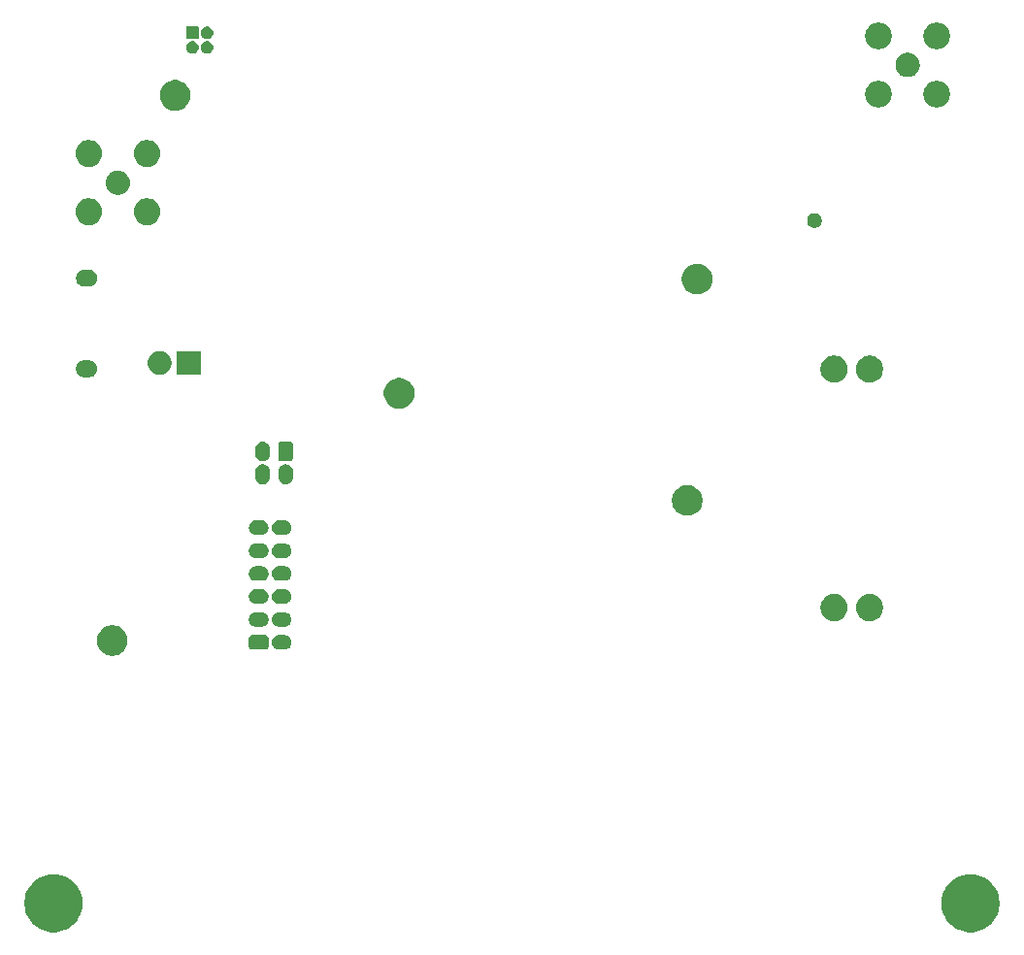
<source format=gbr>
%TF.GenerationSoftware,KiCad,Pcbnew,9.0.0*%
%TF.CreationDate,2025-06-18T14:50:30-07:00*%
%TF.ProjectId,muon_pcb,6d756f6e-5f70-4636-922e-6b696361645f,rev?*%
%TF.SameCoordinates,Original*%
%TF.FileFunction,Soldermask,Bot*%
%TF.FilePolarity,Negative*%
%FSLAX46Y46*%
G04 Gerber Fmt 4.6, Leading zero omitted, Abs format (unit mm)*
G04 Created by KiCad (PCBNEW 9.0.0) date 2025-06-18 14:50:30*
%MOMM*%
%LPD*%
G01*
G04 APERTURE LIST*
G04 APERTURE END LIST*
G36*
X96928411Y-141148614D02*
G01*
X97205889Y-141211947D01*
X97474531Y-141305949D01*
X97730959Y-141429438D01*
X97971948Y-141580862D01*
X98194468Y-141758315D01*
X98395720Y-141959567D01*
X98573173Y-142182087D01*
X98724597Y-142423076D01*
X98848086Y-142679504D01*
X98942088Y-142948146D01*
X99005421Y-143225624D01*
X99037287Y-143508448D01*
X99037287Y-143793062D01*
X99005421Y-144075886D01*
X98942088Y-144353364D01*
X98848086Y-144622006D01*
X98724597Y-144878434D01*
X98573173Y-145119423D01*
X98395720Y-145341943D01*
X98194468Y-145543195D01*
X97971948Y-145720648D01*
X97730959Y-145872072D01*
X97474531Y-145995561D01*
X97205889Y-146089563D01*
X96928411Y-146152896D01*
X96645587Y-146184762D01*
X96360973Y-146184762D01*
X96078149Y-146152896D01*
X95800671Y-146089563D01*
X95532029Y-145995561D01*
X95275601Y-145872072D01*
X95034612Y-145720648D01*
X94812092Y-145543195D01*
X94610840Y-145341943D01*
X94433387Y-145119423D01*
X94281963Y-144878434D01*
X94158474Y-144622006D01*
X94064472Y-144353364D01*
X94001139Y-144075886D01*
X93969273Y-143793062D01*
X93969273Y-143508448D01*
X94001139Y-143225624D01*
X94064472Y-142948146D01*
X94158474Y-142679504D01*
X94281963Y-142423076D01*
X94433387Y-142182087D01*
X94610840Y-141959567D01*
X94812092Y-141758315D01*
X95034612Y-141580862D01*
X95275601Y-141429438D01*
X95532029Y-141305949D01*
X95800671Y-141211947D01*
X96078149Y-141148614D01*
X96360973Y-141116748D01*
X96645587Y-141116748D01*
X96928411Y-141148614D01*
G37*
G36*
X176928411Y-141148614D02*
G01*
X177205889Y-141211947D01*
X177474531Y-141305949D01*
X177730959Y-141429438D01*
X177971948Y-141580862D01*
X178194468Y-141758315D01*
X178395720Y-141959567D01*
X178573173Y-142182087D01*
X178724597Y-142423076D01*
X178848086Y-142679504D01*
X178942088Y-142948146D01*
X179005421Y-143225624D01*
X179037287Y-143508448D01*
X179037287Y-143793062D01*
X179005421Y-144075886D01*
X178942088Y-144353364D01*
X178848086Y-144622006D01*
X178724597Y-144878434D01*
X178573173Y-145119423D01*
X178395720Y-145341943D01*
X178194468Y-145543195D01*
X177971948Y-145720648D01*
X177730959Y-145872072D01*
X177474531Y-145995561D01*
X177205889Y-146089563D01*
X176928411Y-146152896D01*
X176645587Y-146184762D01*
X176360973Y-146184762D01*
X176078149Y-146152896D01*
X175800671Y-146089563D01*
X175532029Y-145995561D01*
X175275601Y-145872072D01*
X175034612Y-145720648D01*
X174812092Y-145543195D01*
X174610840Y-145341943D01*
X174433387Y-145119423D01*
X174281963Y-144878434D01*
X174158474Y-144622006D01*
X174064472Y-144353364D01*
X174001139Y-144075886D01*
X173969273Y-143793062D01*
X173969273Y-143508448D01*
X174001139Y-143225624D01*
X174064472Y-142948146D01*
X174158474Y-142679504D01*
X174281963Y-142423076D01*
X174433387Y-142182087D01*
X174610840Y-141959567D01*
X174812092Y-141758315D01*
X175034612Y-141580862D01*
X175275601Y-141429438D01*
X175532029Y-141305949D01*
X175800671Y-141211947D01*
X176078149Y-141148614D01*
X176360973Y-141116748D01*
X176645587Y-141116748D01*
X176928411Y-141148614D01*
G37*
G36*
X101952350Y-119428969D02*
G01*
X102152030Y-119493849D01*
X102339103Y-119589167D01*
X102508961Y-119712577D01*
X102657423Y-119861039D01*
X102780833Y-120030897D01*
X102876151Y-120217970D01*
X102941031Y-120417650D01*
X102973875Y-120625022D01*
X102973875Y-120834978D01*
X102941031Y-121042350D01*
X102876151Y-121242030D01*
X102780833Y-121429103D01*
X102657423Y-121598961D01*
X102508961Y-121747423D01*
X102339103Y-121870833D01*
X102152030Y-121966151D01*
X101952350Y-122031031D01*
X101744978Y-122063875D01*
X101535022Y-122063875D01*
X101327650Y-122031031D01*
X101127970Y-121966151D01*
X100940897Y-121870833D01*
X100771039Y-121747423D01*
X100622577Y-121598961D01*
X100499167Y-121429103D01*
X100403849Y-121242030D01*
X100338969Y-121042350D01*
X100306125Y-120834978D01*
X100306125Y-120625022D01*
X100338969Y-120417650D01*
X100403849Y-120217970D01*
X100499167Y-120030897D01*
X100622577Y-119861039D01*
X100771039Y-119712577D01*
X100940897Y-119589167D01*
X101127970Y-119493849D01*
X101327650Y-119428969D01*
X101535022Y-119396125D01*
X101744978Y-119396125D01*
X101952350Y-119428969D01*
G37*
G36*
X115050938Y-120259650D02*
G01*
X115054957Y-120261424D01*
X115058931Y-120261948D01*
X115108651Y-120285133D01*
X115147759Y-120302401D01*
X115149573Y-120304215D01*
X115149969Y-120304400D01*
X115220599Y-120375030D01*
X115220783Y-120375425D01*
X115222599Y-120377241D01*
X115239876Y-120416369D01*
X115263051Y-120466068D01*
X115263573Y-120470039D01*
X115265350Y-120474062D01*
X115273000Y-120540000D01*
X115273000Y-121240000D01*
X115265350Y-121305938D01*
X115263573Y-121309961D01*
X115263051Y-121313931D01*
X115239884Y-121363611D01*
X115222599Y-121402759D01*
X115220782Y-121404575D01*
X115220599Y-121404969D01*
X115149969Y-121475599D01*
X115149575Y-121475782D01*
X115147759Y-121477599D01*
X115108611Y-121494884D01*
X115058931Y-121518051D01*
X115054961Y-121518573D01*
X115050938Y-121520350D01*
X114985000Y-121528000D01*
X113835000Y-121528000D01*
X113769062Y-121520350D01*
X113765039Y-121518573D01*
X113761068Y-121518051D01*
X113711369Y-121494876D01*
X113672241Y-121477599D01*
X113670425Y-121475783D01*
X113670030Y-121475599D01*
X113599400Y-121404969D01*
X113599215Y-121404573D01*
X113597401Y-121402759D01*
X113580133Y-121363651D01*
X113556948Y-121313931D01*
X113556424Y-121309957D01*
X113554650Y-121305938D01*
X113547000Y-121240000D01*
X113547000Y-120540000D01*
X113554650Y-120474062D01*
X113556424Y-120470042D01*
X113556948Y-120466068D01*
X113580141Y-120416329D01*
X113597401Y-120377241D01*
X113599214Y-120375427D01*
X113599400Y-120375030D01*
X113670030Y-120304400D01*
X113670427Y-120304214D01*
X113672241Y-120302401D01*
X113711329Y-120285141D01*
X113761068Y-120261948D01*
X113765042Y-120261424D01*
X113769062Y-120259650D01*
X113835000Y-120252000D01*
X114985000Y-120252000D01*
X115050938Y-120259650D01*
G37*
G36*
X116697535Y-120255072D02*
G01*
X116820202Y-120279472D01*
X116935751Y-120327334D01*
X117039743Y-120396819D01*
X117128181Y-120485257D01*
X117197666Y-120589249D01*
X117245528Y-120704798D01*
X117269928Y-120827465D01*
X117269928Y-120952535D01*
X117245528Y-121075202D01*
X117197666Y-121190751D01*
X117128181Y-121294743D01*
X117039743Y-121383181D01*
X116935751Y-121452666D01*
X116820202Y-121500528D01*
X116697535Y-121524928D01*
X116635000Y-121528000D01*
X116634384Y-121528000D01*
X116185616Y-121528000D01*
X116185000Y-121528000D01*
X116122465Y-121524928D01*
X115999798Y-121500528D01*
X115884249Y-121452666D01*
X115780257Y-121383181D01*
X115691819Y-121294743D01*
X115622334Y-121190751D01*
X115574472Y-121075202D01*
X115550072Y-120952535D01*
X115550072Y-120827465D01*
X115574472Y-120704798D01*
X115622334Y-120589249D01*
X115691819Y-120485257D01*
X115780257Y-120396819D01*
X115884249Y-120327334D01*
X115999798Y-120279472D01*
X116122465Y-120255072D01*
X116185000Y-120252000D01*
X116635000Y-120252000D01*
X116697535Y-120255072D01*
G37*
G36*
X114697535Y-118255072D02*
G01*
X114820202Y-118279472D01*
X114935751Y-118327334D01*
X115039743Y-118396819D01*
X115128181Y-118485257D01*
X115197666Y-118589249D01*
X115245528Y-118704798D01*
X115269928Y-118827465D01*
X115269928Y-118952535D01*
X115245528Y-119075202D01*
X115197666Y-119190751D01*
X115128181Y-119294743D01*
X115039743Y-119383181D01*
X114935751Y-119452666D01*
X114820202Y-119500528D01*
X114697535Y-119524928D01*
X114635000Y-119528000D01*
X114634384Y-119528000D01*
X114185616Y-119528000D01*
X114185000Y-119528000D01*
X114122465Y-119524928D01*
X113999798Y-119500528D01*
X113884249Y-119452666D01*
X113780257Y-119383181D01*
X113691819Y-119294743D01*
X113622334Y-119190751D01*
X113574472Y-119075202D01*
X113550072Y-118952535D01*
X113550072Y-118827465D01*
X113574472Y-118704798D01*
X113622334Y-118589249D01*
X113691819Y-118485257D01*
X113780257Y-118396819D01*
X113884249Y-118327334D01*
X113999798Y-118279472D01*
X114122465Y-118255072D01*
X114185000Y-118252000D01*
X114635000Y-118252000D01*
X114697535Y-118255072D01*
G37*
G36*
X116697535Y-118255072D02*
G01*
X116820202Y-118279472D01*
X116935751Y-118327334D01*
X117039743Y-118396819D01*
X117128181Y-118485257D01*
X117197666Y-118589249D01*
X117245528Y-118704798D01*
X117269928Y-118827465D01*
X117269928Y-118952535D01*
X117245528Y-119075202D01*
X117197666Y-119190751D01*
X117128181Y-119294743D01*
X117039743Y-119383181D01*
X116935751Y-119452666D01*
X116820202Y-119500528D01*
X116697535Y-119524928D01*
X116635000Y-119528000D01*
X116634384Y-119528000D01*
X116185616Y-119528000D01*
X116185000Y-119528000D01*
X116122465Y-119524928D01*
X115999798Y-119500528D01*
X115884249Y-119452666D01*
X115780257Y-119383181D01*
X115691819Y-119294743D01*
X115622334Y-119190751D01*
X115574472Y-119075202D01*
X115550072Y-118952535D01*
X115550072Y-118827465D01*
X115574472Y-118704798D01*
X115622334Y-118589249D01*
X115691819Y-118485257D01*
X115780257Y-118396819D01*
X115884249Y-118327334D01*
X115999798Y-118279472D01*
X116122465Y-118255072D01*
X116185000Y-118252000D01*
X116635000Y-118252000D01*
X116697535Y-118255072D01*
G37*
G36*
X164867333Y-116694825D02*
G01*
X165044628Y-116752431D01*
X165210728Y-116837063D01*
X165361544Y-116946638D01*
X165493362Y-117078456D01*
X165602937Y-117229272D01*
X165687569Y-117395372D01*
X165745175Y-117572667D01*
X165774338Y-117756791D01*
X165774338Y-117943209D01*
X165745175Y-118127333D01*
X165687569Y-118304628D01*
X165602937Y-118470728D01*
X165493362Y-118621544D01*
X165361544Y-118753362D01*
X165210728Y-118862937D01*
X165044628Y-118947569D01*
X164867333Y-119005175D01*
X164683209Y-119034338D01*
X164496791Y-119034338D01*
X164312667Y-119005175D01*
X164135372Y-118947569D01*
X163969272Y-118862937D01*
X163818456Y-118753362D01*
X163686638Y-118621544D01*
X163577063Y-118470728D01*
X163492431Y-118304628D01*
X163434825Y-118127333D01*
X163405662Y-117943209D01*
X163405662Y-117756791D01*
X163434825Y-117572667D01*
X163492431Y-117395372D01*
X163577063Y-117229272D01*
X163686638Y-117078456D01*
X163818456Y-116946638D01*
X163969272Y-116837063D01*
X164135372Y-116752431D01*
X164312667Y-116694825D01*
X164496791Y-116665662D01*
X164683209Y-116665662D01*
X164867333Y-116694825D01*
G37*
G36*
X167967333Y-116694825D02*
G01*
X168144628Y-116752431D01*
X168310728Y-116837063D01*
X168461544Y-116946638D01*
X168593362Y-117078456D01*
X168702937Y-117229272D01*
X168787569Y-117395372D01*
X168845175Y-117572667D01*
X168874338Y-117756791D01*
X168874338Y-117943209D01*
X168845175Y-118127333D01*
X168787569Y-118304628D01*
X168702937Y-118470728D01*
X168593362Y-118621544D01*
X168461544Y-118753362D01*
X168310728Y-118862937D01*
X168144628Y-118947569D01*
X167967333Y-119005175D01*
X167783209Y-119034338D01*
X167596791Y-119034338D01*
X167412667Y-119005175D01*
X167235372Y-118947569D01*
X167069272Y-118862937D01*
X166918456Y-118753362D01*
X166786638Y-118621544D01*
X166677063Y-118470728D01*
X166592431Y-118304628D01*
X166534825Y-118127333D01*
X166505662Y-117943209D01*
X166505662Y-117756791D01*
X166534825Y-117572667D01*
X166592431Y-117395372D01*
X166677063Y-117229272D01*
X166786638Y-117078456D01*
X166918456Y-116946638D01*
X167069272Y-116837063D01*
X167235372Y-116752431D01*
X167412667Y-116694825D01*
X167596791Y-116665662D01*
X167783209Y-116665662D01*
X167967333Y-116694825D01*
G37*
G36*
X114697535Y-116255072D02*
G01*
X114820202Y-116279472D01*
X114935751Y-116327334D01*
X115039743Y-116396819D01*
X115128181Y-116485257D01*
X115197666Y-116589249D01*
X115245528Y-116704798D01*
X115269928Y-116827465D01*
X115269928Y-116952535D01*
X115245528Y-117075202D01*
X115197666Y-117190751D01*
X115128181Y-117294743D01*
X115039743Y-117383181D01*
X114935751Y-117452666D01*
X114820202Y-117500528D01*
X114697535Y-117524928D01*
X114635000Y-117528000D01*
X114634384Y-117528000D01*
X114185616Y-117528000D01*
X114185000Y-117528000D01*
X114122465Y-117524928D01*
X113999798Y-117500528D01*
X113884249Y-117452666D01*
X113780257Y-117383181D01*
X113691819Y-117294743D01*
X113622334Y-117190751D01*
X113574472Y-117075202D01*
X113550072Y-116952535D01*
X113550072Y-116827465D01*
X113574472Y-116704798D01*
X113622334Y-116589249D01*
X113691819Y-116485257D01*
X113780257Y-116396819D01*
X113884249Y-116327334D01*
X113999798Y-116279472D01*
X114122465Y-116255072D01*
X114185000Y-116252000D01*
X114635000Y-116252000D01*
X114697535Y-116255072D01*
G37*
G36*
X116697535Y-116255072D02*
G01*
X116820202Y-116279472D01*
X116935751Y-116327334D01*
X117039743Y-116396819D01*
X117128181Y-116485257D01*
X117197666Y-116589249D01*
X117245528Y-116704798D01*
X117269928Y-116827465D01*
X117269928Y-116952535D01*
X117245528Y-117075202D01*
X117197666Y-117190751D01*
X117128181Y-117294743D01*
X117039743Y-117383181D01*
X116935751Y-117452666D01*
X116820202Y-117500528D01*
X116697535Y-117524928D01*
X116635000Y-117528000D01*
X116634384Y-117528000D01*
X116185616Y-117528000D01*
X116185000Y-117528000D01*
X116122465Y-117524928D01*
X115999798Y-117500528D01*
X115884249Y-117452666D01*
X115780257Y-117383181D01*
X115691819Y-117294743D01*
X115622334Y-117190751D01*
X115574472Y-117075202D01*
X115550072Y-116952535D01*
X115550072Y-116827465D01*
X115574472Y-116704798D01*
X115622334Y-116589249D01*
X115691819Y-116485257D01*
X115780257Y-116396819D01*
X115884249Y-116327334D01*
X115999798Y-116279472D01*
X116122465Y-116255072D01*
X116185000Y-116252000D01*
X116635000Y-116252000D01*
X116697535Y-116255072D01*
G37*
G36*
X114697535Y-114255072D02*
G01*
X114820202Y-114279472D01*
X114935751Y-114327334D01*
X115039743Y-114396819D01*
X115128181Y-114485257D01*
X115197666Y-114589249D01*
X115245528Y-114704798D01*
X115269928Y-114827465D01*
X115269928Y-114952535D01*
X115245528Y-115075202D01*
X115197666Y-115190751D01*
X115128181Y-115294743D01*
X115039743Y-115383181D01*
X114935751Y-115452666D01*
X114820202Y-115500528D01*
X114697535Y-115524928D01*
X114635000Y-115528000D01*
X114634384Y-115528000D01*
X114185616Y-115528000D01*
X114185000Y-115528000D01*
X114122465Y-115524928D01*
X113999798Y-115500528D01*
X113884249Y-115452666D01*
X113780257Y-115383181D01*
X113691819Y-115294743D01*
X113622334Y-115190751D01*
X113574472Y-115075202D01*
X113550072Y-114952535D01*
X113550072Y-114827465D01*
X113574472Y-114704798D01*
X113622334Y-114589249D01*
X113691819Y-114485257D01*
X113780257Y-114396819D01*
X113884249Y-114327334D01*
X113999798Y-114279472D01*
X114122465Y-114255072D01*
X114185000Y-114252000D01*
X114635000Y-114252000D01*
X114697535Y-114255072D01*
G37*
G36*
X116697535Y-114255072D02*
G01*
X116820202Y-114279472D01*
X116935751Y-114327334D01*
X117039743Y-114396819D01*
X117128181Y-114485257D01*
X117197666Y-114589249D01*
X117245528Y-114704798D01*
X117269928Y-114827465D01*
X117269928Y-114952535D01*
X117245528Y-115075202D01*
X117197666Y-115190751D01*
X117128181Y-115294743D01*
X117039743Y-115383181D01*
X116935751Y-115452666D01*
X116820202Y-115500528D01*
X116697535Y-115524928D01*
X116635000Y-115528000D01*
X116634384Y-115528000D01*
X116185616Y-115528000D01*
X116185000Y-115528000D01*
X116122465Y-115524928D01*
X115999798Y-115500528D01*
X115884249Y-115452666D01*
X115780257Y-115383181D01*
X115691819Y-115294743D01*
X115622334Y-115190751D01*
X115574472Y-115075202D01*
X115550072Y-114952535D01*
X115550072Y-114827465D01*
X115574472Y-114704798D01*
X115622334Y-114589249D01*
X115691819Y-114485257D01*
X115780257Y-114396819D01*
X115884249Y-114327334D01*
X115999798Y-114279472D01*
X116122465Y-114255072D01*
X116185000Y-114252000D01*
X116635000Y-114252000D01*
X116697535Y-114255072D01*
G37*
G36*
X114697535Y-112255072D02*
G01*
X114820202Y-112279472D01*
X114935751Y-112327334D01*
X115039743Y-112396819D01*
X115128181Y-112485257D01*
X115197666Y-112589249D01*
X115245528Y-112704798D01*
X115269928Y-112827465D01*
X115269928Y-112952535D01*
X115245528Y-113075202D01*
X115197666Y-113190751D01*
X115128181Y-113294743D01*
X115039743Y-113383181D01*
X114935751Y-113452666D01*
X114820202Y-113500528D01*
X114697535Y-113524928D01*
X114635000Y-113528000D01*
X114634384Y-113528000D01*
X114185616Y-113528000D01*
X114185000Y-113528000D01*
X114122465Y-113524928D01*
X113999798Y-113500528D01*
X113884249Y-113452666D01*
X113780257Y-113383181D01*
X113691819Y-113294743D01*
X113622334Y-113190751D01*
X113574472Y-113075202D01*
X113550072Y-112952535D01*
X113550072Y-112827465D01*
X113574472Y-112704798D01*
X113622334Y-112589249D01*
X113691819Y-112485257D01*
X113780257Y-112396819D01*
X113884249Y-112327334D01*
X113999798Y-112279472D01*
X114122465Y-112255072D01*
X114185000Y-112252000D01*
X114635000Y-112252000D01*
X114697535Y-112255072D01*
G37*
G36*
X116697535Y-112255072D02*
G01*
X116820202Y-112279472D01*
X116935751Y-112327334D01*
X117039743Y-112396819D01*
X117128181Y-112485257D01*
X117197666Y-112589249D01*
X117245528Y-112704798D01*
X117269928Y-112827465D01*
X117269928Y-112952535D01*
X117245528Y-113075202D01*
X117197666Y-113190751D01*
X117128181Y-113294743D01*
X117039743Y-113383181D01*
X116935751Y-113452666D01*
X116820202Y-113500528D01*
X116697535Y-113524928D01*
X116635000Y-113528000D01*
X116634384Y-113528000D01*
X116185616Y-113528000D01*
X116185000Y-113528000D01*
X116122465Y-113524928D01*
X115999798Y-113500528D01*
X115884249Y-113452666D01*
X115780257Y-113383181D01*
X115691819Y-113294743D01*
X115622334Y-113190751D01*
X115574472Y-113075202D01*
X115550072Y-112952535D01*
X115550072Y-112827465D01*
X115574472Y-112704798D01*
X115622334Y-112589249D01*
X115691819Y-112485257D01*
X115780257Y-112396819D01*
X115884249Y-112327334D01*
X115999798Y-112279472D01*
X116122465Y-112255072D01*
X116185000Y-112252000D01*
X116635000Y-112252000D01*
X116697535Y-112255072D01*
G37*
G36*
X114697535Y-110255072D02*
G01*
X114820202Y-110279472D01*
X114935751Y-110327334D01*
X115039743Y-110396819D01*
X115128181Y-110485257D01*
X115197666Y-110589249D01*
X115245528Y-110704798D01*
X115269928Y-110827465D01*
X115269928Y-110952535D01*
X115245528Y-111075202D01*
X115197666Y-111190751D01*
X115128181Y-111294743D01*
X115039743Y-111383181D01*
X114935751Y-111452666D01*
X114820202Y-111500528D01*
X114697535Y-111524928D01*
X114635000Y-111528000D01*
X114634384Y-111528000D01*
X114185616Y-111528000D01*
X114185000Y-111528000D01*
X114122465Y-111524928D01*
X113999798Y-111500528D01*
X113884249Y-111452666D01*
X113780257Y-111383181D01*
X113691819Y-111294743D01*
X113622334Y-111190751D01*
X113574472Y-111075202D01*
X113550072Y-110952535D01*
X113550072Y-110827465D01*
X113574472Y-110704798D01*
X113622334Y-110589249D01*
X113691819Y-110485257D01*
X113780257Y-110396819D01*
X113884249Y-110327334D01*
X113999798Y-110279472D01*
X114122465Y-110255072D01*
X114185000Y-110252000D01*
X114635000Y-110252000D01*
X114697535Y-110255072D01*
G37*
G36*
X116697535Y-110255072D02*
G01*
X116820202Y-110279472D01*
X116935751Y-110327334D01*
X117039743Y-110396819D01*
X117128181Y-110485257D01*
X117197666Y-110589249D01*
X117245528Y-110704798D01*
X117269928Y-110827465D01*
X117269928Y-110952535D01*
X117245528Y-111075202D01*
X117197666Y-111190751D01*
X117128181Y-111294743D01*
X117039743Y-111383181D01*
X116935751Y-111452666D01*
X116820202Y-111500528D01*
X116697535Y-111524928D01*
X116635000Y-111528000D01*
X116634384Y-111528000D01*
X116185616Y-111528000D01*
X116185000Y-111528000D01*
X116122465Y-111524928D01*
X115999798Y-111500528D01*
X115884249Y-111452666D01*
X115780257Y-111383181D01*
X115691819Y-111294743D01*
X115622334Y-111190751D01*
X115574472Y-111075202D01*
X115550072Y-110952535D01*
X115550072Y-110827465D01*
X115574472Y-110704798D01*
X115622334Y-110589249D01*
X115691819Y-110485257D01*
X115780257Y-110396819D01*
X115884249Y-110327334D01*
X115999798Y-110279472D01*
X116122465Y-110255072D01*
X116185000Y-110252000D01*
X116635000Y-110252000D01*
X116697535Y-110255072D01*
G37*
G36*
X152102350Y-107218969D02*
G01*
X152302030Y-107283849D01*
X152489103Y-107379167D01*
X152658961Y-107502577D01*
X152807423Y-107651039D01*
X152930833Y-107820897D01*
X153026151Y-108007970D01*
X153091031Y-108207650D01*
X153123875Y-108415022D01*
X153123875Y-108624978D01*
X153091031Y-108832350D01*
X153026151Y-109032030D01*
X152930833Y-109219103D01*
X152807423Y-109388961D01*
X152658961Y-109537423D01*
X152489103Y-109660833D01*
X152302030Y-109756151D01*
X152102350Y-109821031D01*
X151894978Y-109853875D01*
X151685022Y-109853875D01*
X151477650Y-109821031D01*
X151277970Y-109756151D01*
X151090897Y-109660833D01*
X150921039Y-109537423D01*
X150772577Y-109388961D01*
X150649167Y-109219103D01*
X150553849Y-109032030D01*
X150488969Y-108832350D01*
X150456125Y-108624978D01*
X150456125Y-108415022D01*
X150488969Y-108207650D01*
X150553849Y-108007970D01*
X150649167Y-107820897D01*
X150772577Y-107651039D01*
X150921039Y-107502577D01*
X151090897Y-107379167D01*
X151277970Y-107283849D01*
X151477650Y-107218969D01*
X151685022Y-107186125D01*
X151894978Y-107186125D01*
X152102350Y-107218969D01*
G37*
G36*
X114945202Y-105394472D02*
G01*
X115060751Y-105442334D01*
X115164743Y-105511819D01*
X115253181Y-105600257D01*
X115322666Y-105704249D01*
X115370528Y-105819798D01*
X115394928Y-105942465D01*
X115398000Y-106005000D01*
X115398000Y-106455000D01*
X115394928Y-106517535D01*
X115370528Y-106640202D01*
X115322666Y-106755751D01*
X115253181Y-106859743D01*
X115164743Y-106948181D01*
X115060751Y-107017666D01*
X114945202Y-107065528D01*
X114822535Y-107089928D01*
X114697465Y-107089928D01*
X114574798Y-107065528D01*
X114459249Y-107017666D01*
X114355257Y-106948181D01*
X114266819Y-106859743D01*
X114197334Y-106755751D01*
X114149472Y-106640202D01*
X114125072Y-106517535D01*
X114122000Y-106455000D01*
X114122000Y-106005000D01*
X114125072Y-105942465D01*
X114149472Y-105819798D01*
X114197334Y-105704249D01*
X114266819Y-105600257D01*
X114355257Y-105511819D01*
X114459249Y-105442334D01*
X114574798Y-105394472D01*
X114697465Y-105370072D01*
X114822535Y-105370072D01*
X114945202Y-105394472D01*
G37*
G36*
X116945202Y-105394472D02*
G01*
X117060751Y-105442334D01*
X117164743Y-105511819D01*
X117253181Y-105600257D01*
X117322666Y-105704249D01*
X117370528Y-105819798D01*
X117394928Y-105942465D01*
X117398000Y-106005000D01*
X117398000Y-106455000D01*
X117394928Y-106517535D01*
X117370528Y-106640202D01*
X117322666Y-106755751D01*
X117253181Y-106859743D01*
X117164743Y-106948181D01*
X117060751Y-107017666D01*
X116945202Y-107065528D01*
X116822535Y-107089928D01*
X116697465Y-107089928D01*
X116574798Y-107065528D01*
X116459249Y-107017666D01*
X116355257Y-106948181D01*
X116266819Y-106859743D01*
X116197334Y-106755751D01*
X116149472Y-106640202D01*
X116125072Y-106517535D01*
X116122000Y-106455000D01*
X116122000Y-106005000D01*
X116125072Y-105942465D01*
X116149472Y-105819798D01*
X116197334Y-105704249D01*
X116266819Y-105600257D01*
X116355257Y-105511819D01*
X116459249Y-105442334D01*
X116574798Y-105394472D01*
X116697465Y-105370072D01*
X116822535Y-105370072D01*
X116945202Y-105394472D01*
G37*
G36*
X117175938Y-103374650D02*
G01*
X117179957Y-103376424D01*
X117183931Y-103376948D01*
X117233651Y-103400133D01*
X117272759Y-103417401D01*
X117274573Y-103419215D01*
X117274969Y-103419400D01*
X117345599Y-103490030D01*
X117345783Y-103490425D01*
X117347599Y-103492241D01*
X117364876Y-103531369D01*
X117388051Y-103581068D01*
X117388573Y-103585039D01*
X117390350Y-103589062D01*
X117398000Y-103655000D01*
X117398000Y-104805000D01*
X117390350Y-104870938D01*
X117388573Y-104874961D01*
X117388051Y-104878931D01*
X117364884Y-104928611D01*
X117347599Y-104967759D01*
X117345782Y-104969575D01*
X117345599Y-104969969D01*
X117274969Y-105040599D01*
X117274575Y-105040782D01*
X117272759Y-105042599D01*
X117233611Y-105059884D01*
X117183931Y-105083051D01*
X117179961Y-105083573D01*
X117175938Y-105085350D01*
X117110000Y-105093000D01*
X116410000Y-105093000D01*
X116344062Y-105085350D01*
X116340039Y-105083573D01*
X116336068Y-105083051D01*
X116286369Y-105059876D01*
X116247241Y-105042599D01*
X116245425Y-105040783D01*
X116245030Y-105040599D01*
X116174400Y-104969969D01*
X116174215Y-104969573D01*
X116172401Y-104967759D01*
X116155133Y-104928651D01*
X116131948Y-104878931D01*
X116131424Y-104874957D01*
X116129650Y-104870938D01*
X116122000Y-104805000D01*
X116122000Y-103655000D01*
X116129650Y-103589062D01*
X116131424Y-103585042D01*
X116131948Y-103581068D01*
X116155141Y-103531329D01*
X116172401Y-103492241D01*
X116174214Y-103490427D01*
X116174400Y-103490030D01*
X116245030Y-103419400D01*
X116245427Y-103419214D01*
X116247241Y-103417401D01*
X116286329Y-103400141D01*
X116336068Y-103376948D01*
X116340042Y-103376424D01*
X116344062Y-103374650D01*
X116410000Y-103367000D01*
X117110000Y-103367000D01*
X117175938Y-103374650D01*
G37*
G36*
X114945202Y-103394472D02*
G01*
X115060751Y-103442334D01*
X115164743Y-103511819D01*
X115253181Y-103600257D01*
X115322666Y-103704249D01*
X115370528Y-103819798D01*
X115394928Y-103942465D01*
X115398000Y-104005000D01*
X115398000Y-104455000D01*
X115394928Y-104517535D01*
X115370528Y-104640202D01*
X115322666Y-104755751D01*
X115253181Y-104859743D01*
X115164743Y-104948181D01*
X115060751Y-105017666D01*
X114945202Y-105065528D01*
X114822535Y-105089928D01*
X114697465Y-105089928D01*
X114574798Y-105065528D01*
X114459249Y-105017666D01*
X114355257Y-104948181D01*
X114266819Y-104859743D01*
X114197334Y-104755751D01*
X114149472Y-104640202D01*
X114125072Y-104517535D01*
X114122000Y-104455000D01*
X114122000Y-104005000D01*
X114125072Y-103942465D01*
X114149472Y-103819798D01*
X114197334Y-103704249D01*
X114266819Y-103600257D01*
X114355257Y-103511819D01*
X114459249Y-103442334D01*
X114574798Y-103394472D01*
X114697465Y-103370072D01*
X114822535Y-103370072D01*
X114945202Y-103394472D01*
G37*
G36*
X126972350Y-97858969D02*
G01*
X127172030Y-97923849D01*
X127359103Y-98019167D01*
X127528961Y-98142577D01*
X127677423Y-98291039D01*
X127800833Y-98460897D01*
X127896151Y-98647970D01*
X127961031Y-98847650D01*
X127993875Y-99055022D01*
X127993875Y-99264978D01*
X127961031Y-99472350D01*
X127896151Y-99672030D01*
X127800833Y-99859103D01*
X127677423Y-100028961D01*
X127528961Y-100177423D01*
X127359103Y-100300833D01*
X127172030Y-100396151D01*
X126972350Y-100461031D01*
X126764978Y-100493875D01*
X126555022Y-100493875D01*
X126347650Y-100461031D01*
X126147970Y-100396151D01*
X125960897Y-100300833D01*
X125791039Y-100177423D01*
X125642577Y-100028961D01*
X125519167Y-99859103D01*
X125423849Y-99672030D01*
X125358969Y-99472350D01*
X125326125Y-99264978D01*
X125326125Y-99055022D01*
X125358969Y-98847650D01*
X125423849Y-98647970D01*
X125519167Y-98460897D01*
X125642577Y-98291039D01*
X125791039Y-98142577D01*
X125960897Y-98019167D01*
X126147970Y-97923849D01*
X126347650Y-97858969D01*
X126555022Y-97826125D01*
X126764978Y-97826125D01*
X126972350Y-97858969D01*
G37*
G36*
X164867333Y-95894825D02*
G01*
X165044628Y-95952431D01*
X165210728Y-96037063D01*
X165361544Y-96146638D01*
X165493362Y-96278456D01*
X165602937Y-96429272D01*
X165687569Y-96595372D01*
X165745175Y-96772667D01*
X165774338Y-96956791D01*
X165774338Y-97143209D01*
X165745175Y-97327333D01*
X165687569Y-97504628D01*
X165602937Y-97670728D01*
X165493362Y-97821544D01*
X165361544Y-97953362D01*
X165210728Y-98062937D01*
X165044628Y-98147569D01*
X164867333Y-98205175D01*
X164683209Y-98234338D01*
X164496791Y-98234338D01*
X164312667Y-98205175D01*
X164135372Y-98147569D01*
X163969272Y-98062937D01*
X163818456Y-97953362D01*
X163686638Y-97821544D01*
X163577063Y-97670728D01*
X163492431Y-97504628D01*
X163434825Y-97327333D01*
X163405662Y-97143209D01*
X163405662Y-96956791D01*
X163434825Y-96772667D01*
X163492431Y-96595372D01*
X163577063Y-96429272D01*
X163686638Y-96278456D01*
X163818456Y-96146638D01*
X163969272Y-96037063D01*
X164135372Y-95952431D01*
X164312667Y-95894825D01*
X164496791Y-95865662D01*
X164683209Y-95865662D01*
X164867333Y-95894825D01*
G37*
G36*
X167967333Y-95894825D02*
G01*
X168144628Y-95952431D01*
X168310728Y-96037063D01*
X168461544Y-96146638D01*
X168593362Y-96278456D01*
X168702937Y-96429272D01*
X168787569Y-96595372D01*
X168845175Y-96772667D01*
X168874338Y-96956791D01*
X168874338Y-97143209D01*
X168845175Y-97327333D01*
X168787569Y-97504628D01*
X168702937Y-97670728D01*
X168593362Y-97821544D01*
X168461544Y-97953362D01*
X168310728Y-98062937D01*
X168144628Y-98147569D01*
X167967333Y-98205175D01*
X167783209Y-98234338D01*
X167596791Y-98234338D01*
X167412667Y-98205175D01*
X167235372Y-98147569D01*
X167069272Y-98062937D01*
X166918456Y-97953362D01*
X166786638Y-97821544D01*
X166677063Y-97670728D01*
X166592431Y-97504628D01*
X166534825Y-97327333D01*
X166505662Y-97143209D01*
X166505662Y-96956791D01*
X166534825Y-96772667D01*
X166592431Y-96595372D01*
X166677063Y-96429272D01*
X166786638Y-96278456D01*
X166918456Y-96146638D01*
X167069272Y-96037063D01*
X167235372Y-95952431D01*
X167412667Y-95894825D01*
X167596791Y-95865662D01*
X167783209Y-95865662D01*
X167967333Y-95894825D01*
G37*
G36*
X99672337Y-96285554D02*
G01*
X99814230Y-96313778D01*
X99947891Y-96369142D01*
X100068182Y-96449518D01*
X100170482Y-96551818D01*
X100250858Y-96672109D01*
X100306222Y-96805770D01*
X100334446Y-96947663D01*
X100334446Y-97092337D01*
X100306222Y-97234230D01*
X100250858Y-97367891D01*
X100170482Y-97488182D01*
X100068182Y-97590482D01*
X99947891Y-97670858D01*
X99814230Y-97726222D01*
X99672337Y-97754446D01*
X99600000Y-97758000D01*
X99599384Y-97758000D01*
X99200616Y-97758000D01*
X99200000Y-97758000D01*
X99127663Y-97754446D01*
X98985770Y-97726222D01*
X98852109Y-97670858D01*
X98731818Y-97590482D01*
X98629518Y-97488182D01*
X98549142Y-97367891D01*
X98493778Y-97234230D01*
X98465554Y-97092337D01*
X98465554Y-96947663D01*
X98493778Y-96805770D01*
X98549142Y-96672109D01*
X98629518Y-96551818D01*
X98731818Y-96449518D01*
X98852109Y-96369142D01*
X98985770Y-96313778D01*
X99127663Y-96285554D01*
X99200000Y-96282000D01*
X99600000Y-96282000D01*
X99672337Y-96285554D01*
G37*
G36*
X109314542Y-95484893D02*
G01*
X109326870Y-95493130D01*
X109335107Y-95505458D01*
X109338000Y-95520000D01*
X109338000Y-97520000D01*
X109335107Y-97534542D01*
X109326870Y-97546870D01*
X109314542Y-97555107D01*
X109300000Y-97558000D01*
X107300000Y-97558000D01*
X107285458Y-97555107D01*
X107273130Y-97546870D01*
X107264893Y-97534542D01*
X107262000Y-97520000D01*
X107262000Y-95520000D01*
X107264893Y-95505458D01*
X107273130Y-95493130D01*
X107285458Y-95484893D01*
X107300000Y-95482000D01*
X109300000Y-95482000D01*
X109314542Y-95484893D01*
G37*
G36*
X106061315Y-95526696D02*
G01*
X106249310Y-95604566D01*
X106418500Y-95717615D01*
X106562385Y-95861500D01*
X106675434Y-96030690D01*
X106753304Y-96218685D01*
X106793002Y-96418258D01*
X106793002Y-96621742D01*
X106753304Y-96821315D01*
X106675434Y-97009310D01*
X106562385Y-97178500D01*
X106418500Y-97322385D01*
X106249310Y-97435434D01*
X106061315Y-97513304D01*
X105861742Y-97553002D01*
X105658258Y-97553002D01*
X105458685Y-97513304D01*
X105270690Y-97435434D01*
X105101500Y-97322385D01*
X104957615Y-97178500D01*
X104844566Y-97009310D01*
X104766696Y-96821315D01*
X104726998Y-96621742D01*
X104726998Y-96418258D01*
X104766696Y-96218685D01*
X104844566Y-96030690D01*
X104957615Y-95861500D01*
X105101500Y-95717615D01*
X105270690Y-95604566D01*
X105458685Y-95526696D01*
X105658258Y-95486998D01*
X105861742Y-95486998D01*
X106061315Y-95526696D01*
G37*
G36*
X152962350Y-87898969D02*
G01*
X153162030Y-87963849D01*
X153349103Y-88059167D01*
X153518961Y-88182577D01*
X153667423Y-88331039D01*
X153790833Y-88500897D01*
X153886151Y-88687970D01*
X153951031Y-88887650D01*
X153983875Y-89095022D01*
X153983875Y-89304978D01*
X153951031Y-89512350D01*
X153886151Y-89712030D01*
X153790833Y-89899103D01*
X153667423Y-90068961D01*
X153518961Y-90217423D01*
X153349103Y-90340833D01*
X153162030Y-90436151D01*
X152962350Y-90501031D01*
X152754978Y-90533875D01*
X152545022Y-90533875D01*
X152337650Y-90501031D01*
X152137970Y-90436151D01*
X151950897Y-90340833D01*
X151781039Y-90217423D01*
X151632577Y-90068961D01*
X151509167Y-89899103D01*
X151413849Y-89712030D01*
X151348969Y-89512350D01*
X151316125Y-89304978D01*
X151316125Y-89095022D01*
X151348969Y-88887650D01*
X151413849Y-88687970D01*
X151509167Y-88500897D01*
X151632577Y-88331039D01*
X151781039Y-88182577D01*
X151950897Y-88059167D01*
X152137970Y-87963849D01*
X152337650Y-87898969D01*
X152545022Y-87866125D01*
X152754978Y-87866125D01*
X152962350Y-87898969D01*
G37*
G36*
X99672337Y-88385554D02*
G01*
X99814230Y-88413778D01*
X99947891Y-88469142D01*
X100068182Y-88549518D01*
X100170482Y-88651818D01*
X100250858Y-88772109D01*
X100306222Y-88905770D01*
X100334446Y-89047663D01*
X100334446Y-89192337D01*
X100306222Y-89334230D01*
X100250858Y-89467891D01*
X100170482Y-89588182D01*
X100068182Y-89690482D01*
X99947891Y-89770858D01*
X99814230Y-89826222D01*
X99672337Y-89854446D01*
X99600000Y-89858000D01*
X99599384Y-89858000D01*
X99200616Y-89858000D01*
X99200000Y-89858000D01*
X99127663Y-89854446D01*
X98985770Y-89826222D01*
X98852109Y-89770858D01*
X98731818Y-89690482D01*
X98629518Y-89588182D01*
X98549142Y-89467891D01*
X98493778Y-89334230D01*
X98465554Y-89192337D01*
X98465554Y-89047663D01*
X98493778Y-88905770D01*
X98549142Y-88772109D01*
X98629518Y-88651818D01*
X98731818Y-88549518D01*
X98852109Y-88469142D01*
X98985770Y-88413778D01*
X99127663Y-88385554D01*
X99200000Y-88382000D01*
X99600000Y-88382000D01*
X99672337Y-88385554D01*
G37*
G36*
X163076653Y-83474687D02*
G01*
X163193108Y-83522925D01*
X163297915Y-83592954D01*
X163387046Y-83682085D01*
X163457075Y-83786892D01*
X163505313Y-83903347D01*
X163529904Y-84026975D01*
X163529904Y-84153025D01*
X163505313Y-84276653D01*
X163457075Y-84393108D01*
X163387046Y-84497915D01*
X163297915Y-84587046D01*
X163193108Y-84657075D01*
X163076653Y-84705313D01*
X162953025Y-84729904D01*
X162826975Y-84729904D01*
X162703347Y-84705313D01*
X162586892Y-84657075D01*
X162482085Y-84587046D01*
X162392954Y-84497915D01*
X162322925Y-84393108D01*
X162274687Y-84276653D01*
X162250096Y-84153025D01*
X162250096Y-84026975D01*
X162274687Y-83903347D01*
X162322925Y-83786892D01*
X162392954Y-83682085D01*
X162482085Y-83592954D01*
X162586892Y-83522925D01*
X162703347Y-83474687D01*
X162826975Y-83450096D01*
X162953025Y-83450096D01*
X163076653Y-83474687D01*
G37*
G36*
X99851497Y-82199134D02*
G01*
X100025061Y-82255528D01*
X100187666Y-82338379D01*
X100335308Y-82445648D01*
X100464352Y-82574692D01*
X100571621Y-82722334D01*
X100654472Y-82884939D01*
X100710866Y-83058503D01*
X100739415Y-83238752D01*
X100739415Y-83421248D01*
X100710866Y-83601497D01*
X100654472Y-83775061D01*
X100571621Y-83937666D01*
X100464352Y-84085308D01*
X100335308Y-84214352D01*
X100187666Y-84321621D01*
X100025061Y-84404472D01*
X99851497Y-84460866D01*
X99671248Y-84489415D01*
X99488752Y-84489415D01*
X99308503Y-84460866D01*
X99134939Y-84404472D01*
X98972334Y-84321621D01*
X98824692Y-84214352D01*
X98695648Y-84085308D01*
X98588379Y-83937666D01*
X98505528Y-83775061D01*
X98449134Y-83601497D01*
X98420585Y-83421248D01*
X98420585Y-83238752D01*
X98449134Y-83058503D01*
X98505528Y-82884939D01*
X98588379Y-82722334D01*
X98695648Y-82574692D01*
X98824692Y-82445648D01*
X98972334Y-82338379D01*
X99134939Y-82255528D01*
X99308503Y-82199134D01*
X99488752Y-82170585D01*
X99671248Y-82170585D01*
X99851497Y-82199134D01*
G37*
G36*
X104931497Y-82199134D02*
G01*
X105105061Y-82255528D01*
X105267666Y-82338379D01*
X105415308Y-82445648D01*
X105544352Y-82574692D01*
X105651621Y-82722334D01*
X105734472Y-82884939D01*
X105790866Y-83058503D01*
X105819415Y-83238752D01*
X105819415Y-83421248D01*
X105790866Y-83601497D01*
X105734472Y-83775061D01*
X105651621Y-83937666D01*
X105544352Y-84085308D01*
X105415308Y-84214352D01*
X105267666Y-84321621D01*
X105105061Y-84404472D01*
X104931497Y-84460866D01*
X104751248Y-84489415D01*
X104568752Y-84489415D01*
X104388503Y-84460866D01*
X104214939Y-84404472D01*
X104052334Y-84321621D01*
X103904692Y-84214352D01*
X103775648Y-84085308D01*
X103668379Y-83937666D01*
X103585528Y-83775061D01*
X103529134Y-83601497D01*
X103500585Y-83421248D01*
X103500585Y-83238752D01*
X103529134Y-83058503D01*
X103585528Y-82884939D01*
X103668379Y-82722334D01*
X103775648Y-82574692D01*
X103904692Y-82445648D01*
X104052334Y-82338379D01*
X104214939Y-82255528D01*
X104388503Y-82199134D01*
X104568752Y-82170585D01*
X104751248Y-82170585D01*
X104931497Y-82199134D01*
G37*
G36*
X102214541Y-79732119D02*
G01*
X102224192Y-79732119D01*
X102261903Y-79739620D01*
X102368136Y-79756445D01*
X102402303Y-79767546D01*
X102428573Y-79772772D01*
X102465643Y-79788127D01*
X102526762Y-79807986D01*
X102584027Y-79837163D01*
X102621095Y-79852518D01*
X102643361Y-79867395D01*
X102675372Y-79883706D01*
X102762380Y-79946922D01*
X102794360Y-79968290D01*
X102801186Y-79975116D01*
X102810314Y-79981748D01*
X102928251Y-80099685D01*
X102934882Y-80108812D01*
X102941710Y-80115640D01*
X102963080Y-80147623D01*
X103026293Y-80234627D01*
X103042602Y-80266635D01*
X103057482Y-80288905D01*
X103072838Y-80325977D01*
X103102013Y-80383237D01*
X103121869Y-80444348D01*
X103137228Y-80481427D01*
X103142454Y-80507701D01*
X103153554Y-80541863D01*
X103170378Y-80648088D01*
X103177881Y-80685808D01*
X103177881Y-80695459D01*
X103179646Y-80706603D01*
X103179646Y-80873396D01*
X103177881Y-80884539D01*
X103177881Y-80894192D01*
X103170377Y-80931915D01*
X103153554Y-81038136D01*
X103142454Y-81072295D01*
X103137228Y-81098573D01*
X103121867Y-81135655D01*
X103102013Y-81196762D01*
X103072840Y-81254016D01*
X103057482Y-81291095D01*
X103042599Y-81313367D01*
X103026293Y-81345372D01*
X102963089Y-81432363D01*
X102941710Y-81464360D01*
X102934880Y-81471189D01*
X102928251Y-81480314D01*
X102810314Y-81598251D01*
X102801189Y-81604880D01*
X102794360Y-81611710D01*
X102762363Y-81633089D01*
X102675372Y-81696293D01*
X102643367Y-81712599D01*
X102621095Y-81727482D01*
X102584016Y-81742840D01*
X102526762Y-81772013D01*
X102465655Y-81791867D01*
X102428573Y-81807228D01*
X102402295Y-81812454D01*
X102368136Y-81823554D01*
X102261912Y-81840378D01*
X102224192Y-81847881D01*
X102214541Y-81847881D01*
X102203397Y-81849646D01*
X102036603Y-81849646D01*
X102025459Y-81847881D01*
X102015808Y-81847881D01*
X101978088Y-81840378D01*
X101871863Y-81823554D01*
X101837701Y-81812454D01*
X101811427Y-81807228D01*
X101774348Y-81791869D01*
X101713237Y-81772013D01*
X101655977Y-81742838D01*
X101618905Y-81727482D01*
X101596635Y-81712602D01*
X101564627Y-81696293D01*
X101477623Y-81633080D01*
X101445640Y-81611710D01*
X101438812Y-81604882D01*
X101429685Y-81598251D01*
X101311748Y-81480314D01*
X101305116Y-81471186D01*
X101298290Y-81464360D01*
X101276922Y-81432380D01*
X101213706Y-81345372D01*
X101197395Y-81313361D01*
X101182518Y-81291095D01*
X101167163Y-81254027D01*
X101137986Y-81196762D01*
X101118127Y-81135643D01*
X101102772Y-81098573D01*
X101097546Y-81072303D01*
X101086445Y-81038136D01*
X101069620Y-80931906D01*
X101062119Y-80894192D01*
X101062119Y-80884540D01*
X101060354Y-80873396D01*
X101060354Y-80706603D01*
X101062119Y-80695458D01*
X101062119Y-80685808D01*
X101069619Y-80648097D01*
X101086445Y-80541863D01*
X101097547Y-80507693D01*
X101102772Y-80481427D01*
X101118125Y-80444359D01*
X101137986Y-80383237D01*
X101167166Y-80325967D01*
X101182518Y-80288905D01*
X101197393Y-80266641D01*
X101213706Y-80234627D01*
X101276930Y-80147606D01*
X101298290Y-80115640D01*
X101305113Y-80108816D01*
X101311748Y-80099685D01*
X101429685Y-79981748D01*
X101438816Y-79975113D01*
X101445640Y-79968290D01*
X101477606Y-79946930D01*
X101564627Y-79883706D01*
X101596641Y-79867393D01*
X101618905Y-79852518D01*
X101655967Y-79837166D01*
X101713237Y-79807986D01*
X101774359Y-79788125D01*
X101811427Y-79772772D01*
X101837693Y-79767547D01*
X101871863Y-79756445D01*
X101978097Y-79739619D01*
X102015808Y-79732119D01*
X102025459Y-79732119D01*
X102036603Y-79730354D01*
X102203397Y-79730354D01*
X102214541Y-79732119D01*
G37*
G36*
X99851497Y-77119134D02*
G01*
X100025061Y-77175528D01*
X100187666Y-77258379D01*
X100335308Y-77365648D01*
X100464352Y-77494692D01*
X100571621Y-77642334D01*
X100654472Y-77804939D01*
X100710866Y-77978503D01*
X100739415Y-78158752D01*
X100739415Y-78341248D01*
X100710866Y-78521497D01*
X100654472Y-78695061D01*
X100571621Y-78857666D01*
X100464352Y-79005308D01*
X100335308Y-79134352D01*
X100187666Y-79241621D01*
X100025061Y-79324472D01*
X99851497Y-79380866D01*
X99671248Y-79409415D01*
X99488752Y-79409415D01*
X99308503Y-79380866D01*
X99134939Y-79324472D01*
X98972334Y-79241621D01*
X98824692Y-79134352D01*
X98695648Y-79005308D01*
X98588379Y-78857666D01*
X98505528Y-78695061D01*
X98449134Y-78521497D01*
X98420585Y-78341248D01*
X98420585Y-78158752D01*
X98449134Y-77978503D01*
X98505528Y-77804939D01*
X98588379Y-77642334D01*
X98695648Y-77494692D01*
X98824692Y-77365648D01*
X98972334Y-77258379D01*
X99134939Y-77175528D01*
X99308503Y-77119134D01*
X99488752Y-77090585D01*
X99671248Y-77090585D01*
X99851497Y-77119134D01*
G37*
G36*
X104931497Y-77119134D02*
G01*
X105105061Y-77175528D01*
X105267666Y-77258379D01*
X105415308Y-77365648D01*
X105544352Y-77494692D01*
X105651621Y-77642334D01*
X105734472Y-77804939D01*
X105790866Y-77978503D01*
X105819415Y-78158752D01*
X105819415Y-78341248D01*
X105790866Y-78521497D01*
X105734472Y-78695061D01*
X105651621Y-78857666D01*
X105544352Y-79005308D01*
X105415308Y-79134352D01*
X105267666Y-79241621D01*
X105105061Y-79324472D01*
X104931497Y-79380866D01*
X104751248Y-79409415D01*
X104568752Y-79409415D01*
X104388503Y-79380866D01*
X104214939Y-79324472D01*
X104052334Y-79241621D01*
X103904692Y-79134352D01*
X103775648Y-79005308D01*
X103668379Y-78857666D01*
X103585528Y-78695061D01*
X103529134Y-78521497D01*
X103500585Y-78341248D01*
X103500585Y-78158752D01*
X103529134Y-77978503D01*
X103585528Y-77804939D01*
X103668379Y-77642334D01*
X103775648Y-77494692D01*
X103904692Y-77365648D01*
X104052334Y-77258379D01*
X104214939Y-77175528D01*
X104388503Y-77119134D01*
X104568752Y-77090585D01*
X104751248Y-77090585D01*
X104931497Y-77119134D01*
G37*
G36*
X107422350Y-71868969D02*
G01*
X107622030Y-71933849D01*
X107809103Y-72029167D01*
X107978961Y-72152577D01*
X108127423Y-72301039D01*
X108250833Y-72470897D01*
X108346151Y-72657970D01*
X108411031Y-72857650D01*
X108443875Y-73065022D01*
X108443875Y-73274978D01*
X108411031Y-73482350D01*
X108346151Y-73682030D01*
X108250833Y-73869103D01*
X108127423Y-74038961D01*
X107978961Y-74187423D01*
X107809103Y-74310833D01*
X107622030Y-74406151D01*
X107422350Y-74471031D01*
X107214978Y-74503875D01*
X107005022Y-74503875D01*
X106797650Y-74471031D01*
X106597970Y-74406151D01*
X106410897Y-74310833D01*
X106241039Y-74187423D01*
X106092577Y-74038961D01*
X105969167Y-73869103D01*
X105873849Y-73682030D01*
X105808969Y-73482350D01*
X105776125Y-73274978D01*
X105776125Y-73065022D01*
X105808969Y-72857650D01*
X105873849Y-72657970D01*
X105969167Y-72470897D01*
X106092577Y-72301039D01*
X106241039Y-72152577D01*
X106410897Y-72029167D01*
X106597970Y-71933849D01*
X106797650Y-71868969D01*
X107005022Y-71836125D01*
X107214978Y-71836125D01*
X107422350Y-71868969D01*
G37*
G36*
X168741497Y-71929134D02*
G01*
X168915061Y-71985528D01*
X169077666Y-72068379D01*
X169225308Y-72175648D01*
X169354352Y-72304692D01*
X169461621Y-72452334D01*
X169544472Y-72614939D01*
X169600866Y-72788503D01*
X169629415Y-72968752D01*
X169629415Y-73151248D01*
X169600866Y-73331497D01*
X169544472Y-73505061D01*
X169461621Y-73667666D01*
X169354352Y-73815308D01*
X169225308Y-73944352D01*
X169077666Y-74051621D01*
X168915061Y-74134472D01*
X168741497Y-74190866D01*
X168561248Y-74219415D01*
X168378752Y-74219415D01*
X168198503Y-74190866D01*
X168024939Y-74134472D01*
X167862334Y-74051621D01*
X167714692Y-73944352D01*
X167585648Y-73815308D01*
X167478379Y-73667666D01*
X167395528Y-73505061D01*
X167339134Y-73331497D01*
X167310585Y-73151248D01*
X167310585Y-72968752D01*
X167339134Y-72788503D01*
X167395528Y-72614939D01*
X167478379Y-72452334D01*
X167585648Y-72304692D01*
X167714692Y-72175648D01*
X167862334Y-72068379D01*
X168024939Y-71985528D01*
X168198503Y-71929134D01*
X168378752Y-71900585D01*
X168561248Y-71900585D01*
X168741497Y-71929134D01*
G37*
G36*
X173821497Y-71929134D02*
G01*
X173995061Y-71985528D01*
X174157666Y-72068379D01*
X174305308Y-72175648D01*
X174434352Y-72304692D01*
X174541621Y-72452334D01*
X174624472Y-72614939D01*
X174680866Y-72788503D01*
X174709415Y-72968752D01*
X174709415Y-73151248D01*
X174680866Y-73331497D01*
X174624472Y-73505061D01*
X174541621Y-73667666D01*
X174434352Y-73815308D01*
X174305308Y-73944352D01*
X174157666Y-74051621D01*
X173995061Y-74134472D01*
X173821497Y-74190866D01*
X173641248Y-74219415D01*
X173458752Y-74219415D01*
X173278503Y-74190866D01*
X173104939Y-74134472D01*
X172942334Y-74051621D01*
X172794692Y-73944352D01*
X172665648Y-73815308D01*
X172558379Y-73667666D01*
X172475528Y-73505061D01*
X172419134Y-73331497D01*
X172390585Y-73151248D01*
X172390585Y-72968752D01*
X172419134Y-72788503D01*
X172475528Y-72614939D01*
X172558379Y-72452334D01*
X172665648Y-72304692D01*
X172794692Y-72175648D01*
X172942334Y-72068379D01*
X173104939Y-71985528D01*
X173278503Y-71929134D01*
X173458752Y-71900585D01*
X173641248Y-71900585D01*
X173821497Y-71929134D01*
G37*
G36*
X171104541Y-69462119D02*
G01*
X171114192Y-69462119D01*
X171151903Y-69469620D01*
X171258136Y-69486445D01*
X171292303Y-69497546D01*
X171318573Y-69502772D01*
X171355643Y-69518127D01*
X171416762Y-69537986D01*
X171474027Y-69567163D01*
X171511095Y-69582518D01*
X171533361Y-69597395D01*
X171565372Y-69613706D01*
X171652380Y-69676922D01*
X171684360Y-69698290D01*
X171691186Y-69705116D01*
X171700314Y-69711748D01*
X171818251Y-69829685D01*
X171824882Y-69838812D01*
X171831710Y-69845640D01*
X171853080Y-69877623D01*
X171916293Y-69964627D01*
X171932602Y-69996635D01*
X171947482Y-70018905D01*
X171962838Y-70055977D01*
X171992013Y-70113237D01*
X172011869Y-70174348D01*
X172027228Y-70211427D01*
X172032454Y-70237701D01*
X172043554Y-70271863D01*
X172060378Y-70378088D01*
X172067881Y-70415808D01*
X172067881Y-70425459D01*
X172069646Y-70436603D01*
X172069646Y-70603396D01*
X172067881Y-70614539D01*
X172067881Y-70624192D01*
X172060377Y-70661915D01*
X172043554Y-70768136D01*
X172032454Y-70802295D01*
X172027228Y-70828573D01*
X172011867Y-70865655D01*
X171992013Y-70926762D01*
X171962840Y-70984016D01*
X171947482Y-71021095D01*
X171932599Y-71043367D01*
X171916293Y-71075372D01*
X171853089Y-71162363D01*
X171831710Y-71194360D01*
X171824880Y-71201189D01*
X171818251Y-71210314D01*
X171700314Y-71328251D01*
X171691189Y-71334880D01*
X171684360Y-71341710D01*
X171652363Y-71363089D01*
X171565372Y-71426293D01*
X171533367Y-71442599D01*
X171511095Y-71457482D01*
X171474016Y-71472840D01*
X171416762Y-71502013D01*
X171355655Y-71521867D01*
X171318573Y-71537228D01*
X171292295Y-71542454D01*
X171258136Y-71553554D01*
X171151912Y-71570378D01*
X171114192Y-71577881D01*
X171104541Y-71577881D01*
X171093397Y-71579646D01*
X170926603Y-71579646D01*
X170915459Y-71577881D01*
X170905808Y-71577881D01*
X170868088Y-71570378D01*
X170761863Y-71553554D01*
X170727701Y-71542454D01*
X170701427Y-71537228D01*
X170664348Y-71521869D01*
X170603237Y-71502013D01*
X170545977Y-71472838D01*
X170508905Y-71457482D01*
X170486635Y-71442602D01*
X170454627Y-71426293D01*
X170367623Y-71363080D01*
X170335640Y-71341710D01*
X170328812Y-71334882D01*
X170319685Y-71328251D01*
X170201748Y-71210314D01*
X170195116Y-71201186D01*
X170188290Y-71194360D01*
X170166922Y-71162380D01*
X170103706Y-71075372D01*
X170087395Y-71043361D01*
X170072518Y-71021095D01*
X170057163Y-70984027D01*
X170027986Y-70926762D01*
X170008127Y-70865643D01*
X169992772Y-70828573D01*
X169987546Y-70802303D01*
X169976445Y-70768136D01*
X169959620Y-70661906D01*
X169952119Y-70624192D01*
X169952119Y-70614540D01*
X169950354Y-70603396D01*
X169950354Y-70436603D01*
X169952119Y-70425458D01*
X169952119Y-70415808D01*
X169959619Y-70378097D01*
X169976445Y-70271863D01*
X169987547Y-70237693D01*
X169992772Y-70211427D01*
X170008125Y-70174359D01*
X170027986Y-70113237D01*
X170057166Y-70055967D01*
X170072518Y-70018905D01*
X170087393Y-69996641D01*
X170103706Y-69964627D01*
X170166930Y-69877606D01*
X170188290Y-69845640D01*
X170195113Y-69838816D01*
X170201748Y-69829685D01*
X170319685Y-69711748D01*
X170328816Y-69705113D01*
X170335640Y-69698290D01*
X170367606Y-69676930D01*
X170454627Y-69613706D01*
X170486641Y-69597393D01*
X170508905Y-69582518D01*
X170545967Y-69567166D01*
X170603237Y-69537986D01*
X170664359Y-69518125D01*
X170701427Y-69502772D01*
X170727693Y-69497547D01*
X170761863Y-69486445D01*
X170868097Y-69469619D01*
X170905808Y-69462119D01*
X170915459Y-69462119D01*
X170926603Y-69460354D01*
X171093397Y-69460354D01*
X171104541Y-69462119D01*
G37*
G36*
X108830884Y-68482953D02*
G01*
X108952514Y-68553176D01*
X109051824Y-68652486D01*
X109122047Y-68774116D01*
X109158397Y-68909777D01*
X109158397Y-69050223D01*
X109122047Y-69185884D01*
X109051824Y-69307514D01*
X108952514Y-69406824D01*
X108830884Y-69477047D01*
X108695223Y-69513397D01*
X108554777Y-69513397D01*
X108419116Y-69477047D01*
X108297486Y-69406824D01*
X108198176Y-69307514D01*
X108127953Y-69185884D01*
X108091603Y-69050223D01*
X108091603Y-68909777D01*
X108127953Y-68774116D01*
X108198176Y-68652486D01*
X108297486Y-68553176D01*
X108419116Y-68482953D01*
X108554777Y-68446603D01*
X108695223Y-68446603D01*
X108830884Y-68482953D01*
G37*
G36*
X110100884Y-68482953D02*
G01*
X110222514Y-68553176D01*
X110321824Y-68652486D01*
X110392047Y-68774116D01*
X110428397Y-68909777D01*
X110428397Y-69050223D01*
X110392047Y-69185884D01*
X110321824Y-69307514D01*
X110222514Y-69406824D01*
X110100884Y-69477047D01*
X109965223Y-69513397D01*
X109824777Y-69513397D01*
X109689116Y-69477047D01*
X109567486Y-69406824D01*
X109468176Y-69307514D01*
X109397953Y-69185884D01*
X109361603Y-69050223D01*
X109361603Y-68909777D01*
X109397953Y-68774116D01*
X109468176Y-68652486D01*
X109567486Y-68553176D01*
X109689116Y-68482953D01*
X109824777Y-68446603D01*
X109965223Y-68446603D01*
X110100884Y-68482953D01*
G37*
G36*
X168741497Y-66849134D02*
G01*
X168915061Y-66905528D01*
X169077666Y-66988379D01*
X169225308Y-67095648D01*
X169354352Y-67224692D01*
X169461621Y-67372334D01*
X169544472Y-67534939D01*
X169600866Y-67708503D01*
X169629415Y-67888752D01*
X169629415Y-68071248D01*
X169600866Y-68251497D01*
X169544472Y-68425061D01*
X169461621Y-68587666D01*
X169354352Y-68735308D01*
X169225308Y-68864352D01*
X169077666Y-68971621D01*
X168915061Y-69054472D01*
X168741497Y-69110866D01*
X168561248Y-69139415D01*
X168378752Y-69139415D01*
X168198503Y-69110866D01*
X168024939Y-69054472D01*
X167862334Y-68971621D01*
X167714692Y-68864352D01*
X167585648Y-68735308D01*
X167478379Y-68587666D01*
X167395528Y-68425061D01*
X167339134Y-68251497D01*
X167310585Y-68071248D01*
X167310585Y-67888752D01*
X167339134Y-67708503D01*
X167395528Y-67534939D01*
X167478379Y-67372334D01*
X167585648Y-67224692D01*
X167714692Y-67095648D01*
X167862334Y-66988379D01*
X168024939Y-66905528D01*
X168198503Y-66849134D01*
X168378752Y-66820585D01*
X168561248Y-66820585D01*
X168741497Y-66849134D01*
G37*
G36*
X173821497Y-66849134D02*
G01*
X173995061Y-66905528D01*
X174157666Y-66988379D01*
X174305308Y-67095648D01*
X174434352Y-67224692D01*
X174541621Y-67372334D01*
X174624472Y-67534939D01*
X174680866Y-67708503D01*
X174709415Y-67888752D01*
X174709415Y-68071248D01*
X174680866Y-68251497D01*
X174624472Y-68425061D01*
X174541621Y-68587666D01*
X174434352Y-68735308D01*
X174305308Y-68864352D01*
X174157666Y-68971621D01*
X173995061Y-69054472D01*
X173821497Y-69110866D01*
X173641248Y-69139415D01*
X173458752Y-69139415D01*
X173278503Y-69110866D01*
X173104939Y-69054472D01*
X172942334Y-68971621D01*
X172794692Y-68864352D01*
X172665648Y-68735308D01*
X172558379Y-68587666D01*
X172475528Y-68425061D01*
X172419134Y-68251497D01*
X172390585Y-68071248D01*
X172390585Y-67888752D01*
X172419134Y-67708503D01*
X172475528Y-67534939D01*
X172558379Y-67372334D01*
X172665648Y-67224692D01*
X172794692Y-67095648D01*
X172942334Y-66988379D01*
X173104939Y-66905528D01*
X173278503Y-66849134D01*
X173458752Y-66820585D01*
X173641248Y-66820585D01*
X173821497Y-66849134D01*
G37*
G36*
X109139542Y-67174893D02*
G01*
X109151870Y-67183130D01*
X109160107Y-67195458D01*
X109163000Y-67210000D01*
X109163000Y-68210000D01*
X109160107Y-68224542D01*
X109151870Y-68236870D01*
X109139542Y-68245107D01*
X109125000Y-68248000D01*
X108125000Y-68248000D01*
X108110458Y-68245107D01*
X108098130Y-68236870D01*
X108089893Y-68224542D01*
X108087000Y-68210000D01*
X108087000Y-67210000D01*
X108089893Y-67195458D01*
X108098130Y-67183130D01*
X108110458Y-67174893D01*
X108125000Y-67172000D01*
X109125000Y-67172000D01*
X109139542Y-67174893D01*
G37*
G36*
X110100884Y-67212953D02*
G01*
X110222514Y-67283176D01*
X110321824Y-67382486D01*
X110392047Y-67504116D01*
X110428397Y-67639777D01*
X110428397Y-67780223D01*
X110392047Y-67915884D01*
X110321824Y-68037514D01*
X110222514Y-68136824D01*
X110100884Y-68207047D01*
X109965223Y-68243397D01*
X109824777Y-68243397D01*
X109689116Y-68207047D01*
X109567486Y-68136824D01*
X109468176Y-68037514D01*
X109397953Y-67915884D01*
X109361603Y-67780223D01*
X109361603Y-67639777D01*
X109397953Y-67504116D01*
X109468176Y-67382486D01*
X109567486Y-67283176D01*
X109689116Y-67212953D01*
X109824777Y-67176603D01*
X109965223Y-67176603D01*
X110100884Y-67212953D01*
G37*
M02*

</source>
